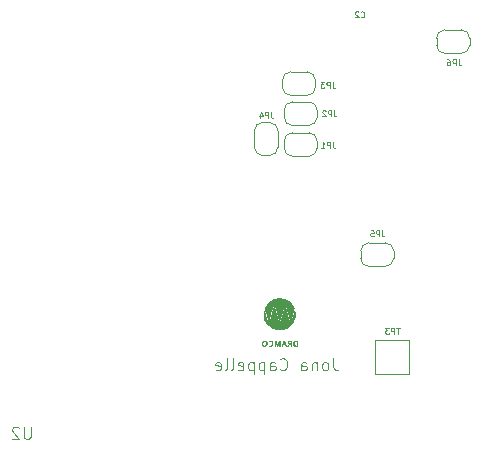
<source format=gbr>
%TF.GenerationSoftware,KiCad,Pcbnew,7.0.1*%
%TF.CreationDate,2024-08-13T13:22:24+02:00*%
%TF.ProjectId,wpt_receiver,7770745f-7265-4636-9569-7665722e6b69,rev?*%
%TF.SameCoordinates,Original*%
%TF.FileFunction,Legend,Bot*%
%TF.FilePolarity,Positive*%
%FSLAX46Y46*%
G04 Gerber Fmt 4.6, Leading zero omitted, Abs format (unit mm)*
G04 Created by KiCad (PCBNEW 7.0.1) date 2024-08-13 13:22:24*
%MOMM*%
%LPD*%
G01*
G04 APERTURE LIST*
%ADD10C,0.100000*%
%ADD11C,0.125000*%
%ADD12C,0.120000*%
%ADD13C,0.010000*%
G04 APERTURE END LIST*
D10*
%TO.C,U2*%
X113156904Y-141329619D02*
X113156904Y-142139142D01*
X113156904Y-142139142D02*
X113109285Y-142234380D01*
X113109285Y-142234380D02*
X113061666Y-142282000D01*
X113061666Y-142282000D02*
X112966428Y-142329619D01*
X112966428Y-142329619D02*
X112775952Y-142329619D01*
X112775952Y-142329619D02*
X112680714Y-142282000D01*
X112680714Y-142282000D02*
X112633095Y-142234380D01*
X112633095Y-142234380D02*
X112585476Y-142139142D01*
X112585476Y-142139142D02*
X112585476Y-141329619D01*
X112156904Y-141424857D02*
X112109285Y-141377238D01*
X112109285Y-141377238D02*
X112014047Y-141329619D01*
X112014047Y-141329619D02*
X111775952Y-141329619D01*
X111775952Y-141329619D02*
X111680714Y-141377238D01*
X111680714Y-141377238D02*
X111633095Y-141424857D01*
X111633095Y-141424857D02*
X111585476Y-141520095D01*
X111585476Y-141520095D02*
X111585476Y-141615333D01*
X111585476Y-141615333D02*
X111633095Y-141758190D01*
X111633095Y-141758190D02*
X112204523Y-142329619D01*
X112204523Y-142329619D02*
X111585476Y-142329619D01*
X138795190Y-135529619D02*
X138795190Y-136243904D01*
X138795190Y-136243904D02*
X138842809Y-136386761D01*
X138842809Y-136386761D02*
X138938047Y-136482000D01*
X138938047Y-136482000D02*
X139080904Y-136529619D01*
X139080904Y-136529619D02*
X139176142Y-136529619D01*
X138176142Y-136529619D02*
X138271380Y-136482000D01*
X138271380Y-136482000D02*
X138318999Y-136434380D01*
X138318999Y-136434380D02*
X138366618Y-136339142D01*
X138366618Y-136339142D02*
X138366618Y-136053428D01*
X138366618Y-136053428D02*
X138318999Y-135958190D01*
X138318999Y-135958190D02*
X138271380Y-135910571D01*
X138271380Y-135910571D02*
X138176142Y-135862952D01*
X138176142Y-135862952D02*
X138033285Y-135862952D01*
X138033285Y-135862952D02*
X137938047Y-135910571D01*
X137938047Y-135910571D02*
X137890428Y-135958190D01*
X137890428Y-135958190D02*
X137842809Y-136053428D01*
X137842809Y-136053428D02*
X137842809Y-136339142D01*
X137842809Y-136339142D02*
X137890428Y-136434380D01*
X137890428Y-136434380D02*
X137938047Y-136482000D01*
X137938047Y-136482000D02*
X138033285Y-136529619D01*
X138033285Y-136529619D02*
X138176142Y-136529619D01*
X137414237Y-135862952D02*
X137414237Y-136529619D01*
X137414237Y-135958190D02*
X137366618Y-135910571D01*
X137366618Y-135910571D02*
X137271380Y-135862952D01*
X137271380Y-135862952D02*
X137128523Y-135862952D01*
X137128523Y-135862952D02*
X137033285Y-135910571D01*
X137033285Y-135910571D02*
X136985666Y-136005809D01*
X136985666Y-136005809D02*
X136985666Y-136529619D01*
X136080904Y-136529619D02*
X136080904Y-136005809D01*
X136080904Y-136005809D02*
X136128523Y-135910571D01*
X136128523Y-135910571D02*
X136223761Y-135862952D01*
X136223761Y-135862952D02*
X136414237Y-135862952D01*
X136414237Y-135862952D02*
X136509475Y-135910571D01*
X136080904Y-136482000D02*
X136176142Y-136529619D01*
X136176142Y-136529619D02*
X136414237Y-136529619D01*
X136414237Y-136529619D02*
X136509475Y-136482000D01*
X136509475Y-136482000D02*
X136557094Y-136386761D01*
X136557094Y-136386761D02*
X136557094Y-136291523D01*
X136557094Y-136291523D02*
X136509475Y-136196285D01*
X136509475Y-136196285D02*
X136414237Y-136148666D01*
X136414237Y-136148666D02*
X136176142Y-136148666D01*
X136176142Y-136148666D02*
X136080904Y-136101047D01*
X134271380Y-136434380D02*
X134318999Y-136482000D01*
X134318999Y-136482000D02*
X134461856Y-136529619D01*
X134461856Y-136529619D02*
X134557094Y-136529619D01*
X134557094Y-136529619D02*
X134699951Y-136482000D01*
X134699951Y-136482000D02*
X134795189Y-136386761D01*
X134795189Y-136386761D02*
X134842808Y-136291523D01*
X134842808Y-136291523D02*
X134890427Y-136101047D01*
X134890427Y-136101047D02*
X134890427Y-135958190D01*
X134890427Y-135958190D02*
X134842808Y-135767714D01*
X134842808Y-135767714D02*
X134795189Y-135672476D01*
X134795189Y-135672476D02*
X134699951Y-135577238D01*
X134699951Y-135577238D02*
X134557094Y-135529619D01*
X134557094Y-135529619D02*
X134461856Y-135529619D01*
X134461856Y-135529619D02*
X134318999Y-135577238D01*
X134318999Y-135577238D02*
X134271380Y-135624857D01*
X133414237Y-136529619D02*
X133414237Y-136005809D01*
X133414237Y-136005809D02*
X133461856Y-135910571D01*
X133461856Y-135910571D02*
X133557094Y-135862952D01*
X133557094Y-135862952D02*
X133747570Y-135862952D01*
X133747570Y-135862952D02*
X133842808Y-135910571D01*
X133414237Y-136482000D02*
X133509475Y-136529619D01*
X133509475Y-136529619D02*
X133747570Y-136529619D01*
X133747570Y-136529619D02*
X133842808Y-136482000D01*
X133842808Y-136482000D02*
X133890427Y-136386761D01*
X133890427Y-136386761D02*
X133890427Y-136291523D01*
X133890427Y-136291523D02*
X133842808Y-136196285D01*
X133842808Y-136196285D02*
X133747570Y-136148666D01*
X133747570Y-136148666D02*
X133509475Y-136148666D01*
X133509475Y-136148666D02*
X133414237Y-136101047D01*
X132938046Y-135862952D02*
X132938046Y-136862952D01*
X132938046Y-135910571D02*
X132842808Y-135862952D01*
X132842808Y-135862952D02*
X132652332Y-135862952D01*
X132652332Y-135862952D02*
X132557094Y-135910571D01*
X132557094Y-135910571D02*
X132509475Y-135958190D01*
X132509475Y-135958190D02*
X132461856Y-136053428D01*
X132461856Y-136053428D02*
X132461856Y-136339142D01*
X132461856Y-136339142D02*
X132509475Y-136434380D01*
X132509475Y-136434380D02*
X132557094Y-136482000D01*
X132557094Y-136482000D02*
X132652332Y-136529619D01*
X132652332Y-136529619D02*
X132842808Y-136529619D01*
X132842808Y-136529619D02*
X132938046Y-136482000D01*
X132033284Y-135862952D02*
X132033284Y-136862952D01*
X132033284Y-135910571D02*
X131938046Y-135862952D01*
X131938046Y-135862952D02*
X131747570Y-135862952D01*
X131747570Y-135862952D02*
X131652332Y-135910571D01*
X131652332Y-135910571D02*
X131604713Y-135958190D01*
X131604713Y-135958190D02*
X131557094Y-136053428D01*
X131557094Y-136053428D02*
X131557094Y-136339142D01*
X131557094Y-136339142D02*
X131604713Y-136434380D01*
X131604713Y-136434380D02*
X131652332Y-136482000D01*
X131652332Y-136482000D02*
X131747570Y-136529619D01*
X131747570Y-136529619D02*
X131938046Y-136529619D01*
X131938046Y-136529619D02*
X132033284Y-136482000D01*
X130747570Y-136482000D02*
X130842808Y-136529619D01*
X130842808Y-136529619D02*
X131033284Y-136529619D01*
X131033284Y-136529619D02*
X131128522Y-136482000D01*
X131128522Y-136482000D02*
X131176141Y-136386761D01*
X131176141Y-136386761D02*
X131176141Y-136005809D01*
X131176141Y-136005809D02*
X131128522Y-135910571D01*
X131128522Y-135910571D02*
X131033284Y-135862952D01*
X131033284Y-135862952D02*
X130842808Y-135862952D01*
X130842808Y-135862952D02*
X130747570Y-135910571D01*
X130747570Y-135910571D02*
X130699951Y-136005809D01*
X130699951Y-136005809D02*
X130699951Y-136101047D01*
X130699951Y-136101047D02*
X131176141Y-136196285D01*
X130128522Y-136529619D02*
X130223760Y-136482000D01*
X130223760Y-136482000D02*
X130271379Y-136386761D01*
X130271379Y-136386761D02*
X130271379Y-135529619D01*
X129604712Y-136529619D02*
X129699950Y-136482000D01*
X129699950Y-136482000D02*
X129747569Y-136386761D01*
X129747569Y-136386761D02*
X129747569Y-135529619D01*
X128842807Y-136482000D02*
X128938045Y-136529619D01*
X128938045Y-136529619D02*
X129128521Y-136529619D01*
X129128521Y-136529619D02*
X129223759Y-136482000D01*
X129223759Y-136482000D02*
X129271378Y-136386761D01*
X129271378Y-136386761D02*
X129271378Y-136005809D01*
X129271378Y-136005809D02*
X129223759Y-135910571D01*
X129223759Y-135910571D02*
X129128521Y-135862952D01*
X129128521Y-135862952D02*
X128938045Y-135862952D01*
X128938045Y-135862952D02*
X128842807Y-135910571D01*
X128842807Y-135910571D02*
X128795188Y-136005809D01*
X128795188Y-136005809D02*
X128795188Y-136101047D01*
X128795188Y-136101047D02*
X129271378Y-136196285D01*
D11*
%TO.C,JP5*%
X142910666Y-124699309D02*
X142910666Y-125056452D01*
X142910666Y-125056452D02*
X142934475Y-125127880D01*
X142934475Y-125127880D02*
X142982094Y-125175500D01*
X142982094Y-125175500D02*
X143053523Y-125199309D01*
X143053523Y-125199309D02*
X143101142Y-125199309D01*
X142672571Y-125199309D02*
X142672571Y-124699309D01*
X142672571Y-124699309D02*
X142482095Y-124699309D01*
X142482095Y-124699309D02*
X142434476Y-124723119D01*
X142434476Y-124723119D02*
X142410666Y-124746928D01*
X142410666Y-124746928D02*
X142386857Y-124794547D01*
X142386857Y-124794547D02*
X142386857Y-124865976D01*
X142386857Y-124865976D02*
X142410666Y-124913595D01*
X142410666Y-124913595D02*
X142434476Y-124937404D01*
X142434476Y-124937404D02*
X142482095Y-124961214D01*
X142482095Y-124961214D02*
X142672571Y-124961214D01*
X141934476Y-124699309D02*
X142172571Y-124699309D01*
X142172571Y-124699309D02*
X142196380Y-124937404D01*
X142196380Y-124937404D02*
X142172571Y-124913595D01*
X142172571Y-124913595D02*
X142124952Y-124889785D01*
X142124952Y-124889785D02*
X142005904Y-124889785D01*
X142005904Y-124889785D02*
X141958285Y-124913595D01*
X141958285Y-124913595D02*
X141934476Y-124937404D01*
X141934476Y-124937404D02*
X141910666Y-124985023D01*
X141910666Y-124985023D02*
X141910666Y-125104071D01*
X141910666Y-125104071D02*
X141934476Y-125151690D01*
X141934476Y-125151690D02*
X141958285Y-125175500D01*
X141958285Y-125175500D02*
X142005904Y-125199309D01*
X142005904Y-125199309D02*
X142124952Y-125199309D01*
X142124952Y-125199309D02*
X142172571Y-125175500D01*
X142172571Y-125175500D02*
X142196380Y-125151690D01*
%TO.C,JP2*%
X138846666Y-114539309D02*
X138846666Y-114896452D01*
X138846666Y-114896452D02*
X138870475Y-114967880D01*
X138870475Y-114967880D02*
X138918094Y-115015500D01*
X138918094Y-115015500D02*
X138989523Y-115039309D01*
X138989523Y-115039309D02*
X139037142Y-115039309D01*
X138608571Y-115039309D02*
X138608571Y-114539309D01*
X138608571Y-114539309D02*
X138418095Y-114539309D01*
X138418095Y-114539309D02*
X138370476Y-114563119D01*
X138370476Y-114563119D02*
X138346666Y-114586928D01*
X138346666Y-114586928D02*
X138322857Y-114634547D01*
X138322857Y-114634547D02*
X138322857Y-114705976D01*
X138322857Y-114705976D02*
X138346666Y-114753595D01*
X138346666Y-114753595D02*
X138370476Y-114777404D01*
X138370476Y-114777404D02*
X138418095Y-114801214D01*
X138418095Y-114801214D02*
X138608571Y-114801214D01*
X138132380Y-114586928D02*
X138108571Y-114563119D01*
X138108571Y-114563119D02*
X138060952Y-114539309D01*
X138060952Y-114539309D02*
X137941904Y-114539309D01*
X137941904Y-114539309D02*
X137894285Y-114563119D01*
X137894285Y-114563119D02*
X137870476Y-114586928D01*
X137870476Y-114586928D02*
X137846666Y-114634547D01*
X137846666Y-114634547D02*
X137846666Y-114682166D01*
X137846666Y-114682166D02*
X137870476Y-114753595D01*
X137870476Y-114753595D02*
X138156190Y-115039309D01*
X138156190Y-115039309D02*
X137846666Y-115039309D01*
%TO.C,JP6*%
X149387666Y-110221309D02*
X149387666Y-110578452D01*
X149387666Y-110578452D02*
X149411475Y-110649880D01*
X149411475Y-110649880D02*
X149459094Y-110697500D01*
X149459094Y-110697500D02*
X149530523Y-110721309D01*
X149530523Y-110721309D02*
X149578142Y-110721309D01*
X149149571Y-110721309D02*
X149149571Y-110221309D01*
X149149571Y-110221309D02*
X148959095Y-110221309D01*
X148959095Y-110221309D02*
X148911476Y-110245119D01*
X148911476Y-110245119D02*
X148887666Y-110268928D01*
X148887666Y-110268928D02*
X148863857Y-110316547D01*
X148863857Y-110316547D02*
X148863857Y-110387976D01*
X148863857Y-110387976D02*
X148887666Y-110435595D01*
X148887666Y-110435595D02*
X148911476Y-110459404D01*
X148911476Y-110459404D02*
X148959095Y-110483214D01*
X148959095Y-110483214D02*
X149149571Y-110483214D01*
X148435285Y-110221309D02*
X148530523Y-110221309D01*
X148530523Y-110221309D02*
X148578142Y-110245119D01*
X148578142Y-110245119D02*
X148601952Y-110268928D01*
X148601952Y-110268928D02*
X148649571Y-110340357D01*
X148649571Y-110340357D02*
X148673380Y-110435595D01*
X148673380Y-110435595D02*
X148673380Y-110626071D01*
X148673380Y-110626071D02*
X148649571Y-110673690D01*
X148649571Y-110673690D02*
X148625761Y-110697500D01*
X148625761Y-110697500D02*
X148578142Y-110721309D01*
X148578142Y-110721309D02*
X148482904Y-110721309D01*
X148482904Y-110721309D02*
X148435285Y-110697500D01*
X148435285Y-110697500D02*
X148411476Y-110673690D01*
X148411476Y-110673690D02*
X148387666Y-110626071D01*
X148387666Y-110626071D02*
X148387666Y-110507023D01*
X148387666Y-110507023D02*
X148411476Y-110459404D01*
X148411476Y-110459404D02*
X148435285Y-110435595D01*
X148435285Y-110435595D02*
X148482904Y-110411785D01*
X148482904Y-110411785D02*
X148578142Y-110411785D01*
X148578142Y-110411785D02*
X148625761Y-110435595D01*
X148625761Y-110435595D02*
X148649571Y-110459404D01*
X148649571Y-110459404D02*
X148673380Y-110507023D01*
%TO.C,JP4*%
X133512666Y-114666309D02*
X133512666Y-115023452D01*
X133512666Y-115023452D02*
X133536475Y-115094880D01*
X133536475Y-115094880D02*
X133584094Y-115142500D01*
X133584094Y-115142500D02*
X133655523Y-115166309D01*
X133655523Y-115166309D02*
X133703142Y-115166309D01*
X133274571Y-115166309D02*
X133274571Y-114666309D01*
X133274571Y-114666309D02*
X133084095Y-114666309D01*
X133084095Y-114666309D02*
X133036476Y-114690119D01*
X133036476Y-114690119D02*
X133012666Y-114713928D01*
X133012666Y-114713928D02*
X132988857Y-114761547D01*
X132988857Y-114761547D02*
X132988857Y-114832976D01*
X132988857Y-114832976D02*
X133012666Y-114880595D01*
X133012666Y-114880595D02*
X133036476Y-114904404D01*
X133036476Y-114904404D02*
X133084095Y-114928214D01*
X133084095Y-114928214D02*
X133274571Y-114928214D01*
X132560285Y-114832976D02*
X132560285Y-115166309D01*
X132679333Y-114642500D02*
X132798380Y-114999642D01*
X132798380Y-114999642D02*
X132488857Y-114999642D01*
%TO.C,C2*%
X141099333Y-106609690D02*
X141123142Y-106633500D01*
X141123142Y-106633500D02*
X141194571Y-106657309D01*
X141194571Y-106657309D02*
X141242190Y-106657309D01*
X141242190Y-106657309D02*
X141313618Y-106633500D01*
X141313618Y-106633500D02*
X141361237Y-106585880D01*
X141361237Y-106585880D02*
X141385047Y-106538261D01*
X141385047Y-106538261D02*
X141408856Y-106443023D01*
X141408856Y-106443023D02*
X141408856Y-106371595D01*
X141408856Y-106371595D02*
X141385047Y-106276357D01*
X141385047Y-106276357D02*
X141361237Y-106228738D01*
X141361237Y-106228738D02*
X141313618Y-106181119D01*
X141313618Y-106181119D02*
X141242190Y-106157309D01*
X141242190Y-106157309D02*
X141194571Y-106157309D01*
X141194571Y-106157309D02*
X141123142Y-106181119D01*
X141123142Y-106181119D02*
X141099333Y-106204928D01*
X140908856Y-106204928D02*
X140885047Y-106181119D01*
X140885047Y-106181119D02*
X140837428Y-106157309D01*
X140837428Y-106157309D02*
X140718380Y-106157309D01*
X140718380Y-106157309D02*
X140670761Y-106181119D01*
X140670761Y-106181119D02*
X140646952Y-106204928D01*
X140646952Y-106204928D02*
X140623142Y-106252547D01*
X140623142Y-106252547D02*
X140623142Y-106300166D01*
X140623142Y-106300166D02*
X140646952Y-106371595D01*
X140646952Y-106371595D02*
X140932666Y-106657309D01*
X140932666Y-106657309D02*
X140623142Y-106657309D01*
%TO.C,TP3*%
X144394951Y-132965309D02*
X144109237Y-132965309D01*
X144252094Y-133465309D02*
X144252094Y-132965309D01*
X143942571Y-133465309D02*
X143942571Y-132965309D01*
X143942571Y-132965309D02*
X143752095Y-132965309D01*
X143752095Y-132965309D02*
X143704476Y-132989119D01*
X143704476Y-132989119D02*
X143680666Y-133012928D01*
X143680666Y-133012928D02*
X143656857Y-133060547D01*
X143656857Y-133060547D02*
X143656857Y-133131976D01*
X143656857Y-133131976D02*
X143680666Y-133179595D01*
X143680666Y-133179595D02*
X143704476Y-133203404D01*
X143704476Y-133203404D02*
X143752095Y-133227214D01*
X143752095Y-133227214D02*
X143942571Y-133227214D01*
X143490190Y-132965309D02*
X143180666Y-132965309D01*
X143180666Y-132965309D02*
X143347333Y-133155785D01*
X143347333Y-133155785D02*
X143275904Y-133155785D01*
X143275904Y-133155785D02*
X143228285Y-133179595D01*
X143228285Y-133179595D02*
X143204476Y-133203404D01*
X143204476Y-133203404D02*
X143180666Y-133251023D01*
X143180666Y-133251023D02*
X143180666Y-133370071D01*
X143180666Y-133370071D02*
X143204476Y-133417690D01*
X143204476Y-133417690D02*
X143228285Y-133441500D01*
X143228285Y-133441500D02*
X143275904Y-133465309D01*
X143275904Y-133465309D02*
X143418761Y-133465309D01*
X143418761Y-133465309D02*
X143466380Y-133441500D01*
X143466380Y-133441500D02*
X143490190Y-133417690D01*
%TO.C,JP1*%
X138749666Y-117206309D02*
X138749666Y-117563452D01*
X138749666Y-117563452D02*
X138773475Y-117634880D01*
X138773475Y-117634880D02*
X138821094Y-117682500D01*
X138821094Y-117682500D02*
X138892523Y-117706309D01*
X138892523Y-117706309D02*
X138940142Y-117706309D01*
X138511571Y-117706309D02*
X138511571Y-117206309D01*
X138511571Y-117206309D02*
X138321095Y-117206309D01*
X138321095Y-117206309D02*
X138273476Y-117230119D01*
X138273476Y-117230119D02*
X138249666Y-117253928D01*
X138249666Y-117253928D02*
X138225857Y-117301547D01*
X138225857Y-117301547D02*
X138225857Y-117372976D01*
X138225857Y-117372976D02*
X138249666Y-117420595D01*
X138249666Y-117420595D02*
X138273476Y-117444404D01*
X138273476Y-117444404D02*
X138321095Y-117468214D01*
X138321095Y-117468214D02*
X138511571Y-117468214D01*
X137749666Y-117706309D02*
X138035380Y-117706309D01*
X137892523Y-117706309D02*
X137892523Y-117206309D01*
X137892523Y-117206309D02*
X137940142Y-117277738D01*
X137940142Y-117277738D02*
X137987761Y-117325357D01*
X137987761Y-117325357D02*
X138035380Y-117349166D01*
%TO.C,JP3*%
X138719666Y-112126309D02*
X138719666Y-112483452D01*
X138719666Y-112483452D02*
X138743475Y-112554880D01*
X138743475Y-112554880D02*
X138791094Y-112602500D01*
X138791094Y-112602500D02*
X138862523Y-112626309D01*
X138862523Y-112626309D02*
X138910142Y-112626309D01*
X138481571Y-112626309D02*
X138481571Y-112126309D01*
X138481571Y-112126309D02*
X138291095Y-112126309D01*
X138291095Y-112126309D02*
X138243476Y-112150119D01*
X138243476Y-112150119D02*
X138219666Y-112173928D01*
X138219666Y-112173928D02*
X138195857Y-112221547D01*
X138195857Y-112221547D02*
X138195857Y-112292976D01*
X138195857Y-112292976D02*
X138219666Y-112340595D01*
X138219666Y-112340595D02*
X138243476Y-112364404D01*
X138243476Y-112364404D02*
X138291095Y-112388214D01*
X138291095Y-112388214D02*
X138481571Y-112388214D01*
X138029190Y-112126309D02*
X137719666Y-112126309D01*
X137719666Y-112126309D02*
X137886333Y-112316785D01*
X137886333Y-112316785D02*
X137814904Y-112316785D01*
X137814904Y-112316785D02*
X137767285Y-112340595D01*
X137767285Y-112340595D02*
X137743476Y-112364404D01*
X137743476Y-112364404D02*
X137719666Y-112412023D01*
X137719666Y-112412023D02*
X137719666Y-112531071D01*
X137719666Y-112531071D02*
X137743476Y-112578690D01*
X137743476Y-112578690D02*
X137767285Y-112602500D01*
X137767285Y-112602500D02*
X137814904Y-112626309D01*
X137814904Y-112626309D02*
X137957761Y-112626309D01*
X137957761Y-112626309D02*
X138005380Y-112602500D01*
X138005380Y-112602500D02*
X138029190Y-112578690D01*
D12*
%TO.C,JP5*%
X141094000Y-126446000D02*
X141094000Y-127046000D01*
X141794000Y-127746000D02*
X143194000Y-127746000D01*
X143194000Y-125746000D02*
X141794000Y-125746000D01*
X143894000Y-127046000D02*
X143894000Y-126446000D01*
X141794000Y-125746000D02*
G75*
G03*
X141094000Y-126446000I-1J-699999D01*
G01*
X141094000Y-127046000D02*
G75*
G03*
X141794000Y-127746000I699999J-1D01*
G01*
X143894000Y-126446000D02*
G75*
G03*
X143194000Y-125746000I-700000J0D01*
G01*
X143194000Y-127746000D02*
G75*
G03*
X143894000Y-127046000I0J700000D01*
G01*
%TO.C,JP2*%
X134617000Y-114508000D02*
X134617000Y-115108000D01*
X135317000Y-115808000D02*
X136717000Y-115808000D01*
X136717000Y-113808000D02*
X135317000Y-113808000D01*
X137417000Y-115108000D02*
X137417000Y-114508000D01*
X135317000Y-113808000D02*
G75*
G03*
X134617000Y-114508000I-1J-699999D01*
G01*
X134617000Y-115108000D02*
G75*
G03*
X135317000Y-115808000I699999J-1D01*
G01*
X137417000Y-114508000D02*
G75*
G03*
X136717000Y-113808000I-700000J0D01*
G01*
X136717000Y-115808000D02*
G75*
G03*
X137417000Y-115108000I0J700000D01*
G01*
%TO.C,JP6*%
X147521472Y-108412000D02*
X147521472Y-109012000D01*
X148221472Y-109712000D02*
X149621472Y-109712000D01*
X149621472Y-107712000D02*
X148221472Y-107712000D01*
X150321472Y-109012000D02*
X150321472Y-108412000D01*
X148221472Y-107712000D02*
G75*
G03*
X147521472Y-108412000I-1J-699999D01*
G01*
X147521472Y-109012000D02*
G75*
G03*
X148221472Y-109712000I699999J-1D01*
G01*
X150321472Y-108412000D02*
G75*
G03*
X149621472Y-107712000I-700000J0D01*
G01*
X149621472Y-109712000D02*
G75*
G03*
X150321472Y-109012000I0J700000D01*
G01*
%TO.C,JP4*%
X133396000Y-115552000D02*
X132796000Y-115552000D01*
X132096000Y-116252000D02*
X132096000Y-117652000D01*
X134096000Y-117652000D02*
X134096000Y-116252000D01*
X132796000Y-118352000D02*
X133396000Y-118352000D01*
X134096000Y-116252000D02*
G75*
G03*
X133396000Y-115552000I-699999J1D01*
G01*
X132796000Y-115552000D02*
G75*
G03*
X132096000Y-116252000I-1J-699999D01*
G01*
X133396000Y-118352000D02*
G75*
G03*
X134096000Y-117652000I0J700000D01*
G01*
X132096000Y-117652000D02*
G75*
G03*
X132796000Y-118352000I700000J0D01*
G01*
%TO.C,U4*%
D13*
X133757268Y-131194201D02*
X133759447Y-131197437D01*
X133772925Y-131225712D01*
X133790050Y-131272405D01*
X133810253Y-131335585D01*
X133832964Y-131413321D01*
X133857617Y-131503683D01*
X133883643Y-131604741D01*
X133910472Y-131714564D01*
X133917750Y-131744995D01*
X133947432Y-131866323D01*
X133975355Y-131975979D01*
X134000916Y-132071689D01*
X134023510Y-132151183D01*
X134042536Y-132212188D01*
X134045481Y-132222197D01*
X134043027Y-132223714D01*
X134030488Y-132208543D01*
X134009089Y-132178666D01*
X133975351Y-132125112D01*
X133935808Y-132055807D01*
X133889930Y-131969780D01*
X133837188Y-131866059D01*
X133777051Y-131743672D01*
X133642317Y-131465736D01*
X133671495Y-131367807D01*
X133677416Y-131348356D01*
X133693435Y-131298880D01*
X133709098Y-131254248D01*
X133721723Y-131222234D01*
X133730042Y-131203887D01*
X133740080Y-131186469D01*
X133747952Y-131184190D01*
X133757268Y-131194201D01*
G36*
X133757268Y-131194201D02*
G01*
X133759447Y-131197437D01*
X133772925Y-131225712D01*
X133790050Y-131272405D01*
X133810253Y-131335585D01*
X133832964Y-131413321D01*
X133857617Y-131503683D01*
X133883643Y-131604741D01*
X133910472Y-131714564D01*
X133917750Y-131744995D01*
X133947432Y-131866323D01*
X133975355Y-131975979D01*
X134000916Y-132071689D01*
X134023510Y-132151183D01*
X134042536Y-132212188D01*
X134045481Y-132222197D01*
X134043027Y-132223714D01*
X134030488Y-132208543D01*
X134009089Y-132178666D01*
X133975351Y-132125112D01*
X133935808Y-132055807D01*
X133889930Y-131969780D01*
X133837188Y-131866059D01*
X133777051Y-131743672D01*
X133642317Y-131465736D01*
X133671495Y-131367807D01*
X133677416Y-131348356D01*
X133693435Y-131298880D01*
X133709098Y-131254248D01*
X133721723Y-131222234D01*
X133730042Y-131203887D01*
X133740080Y-131186469D01*
X133747952Y-131184190D01*
X133757268Y-131194201D01*
G37*
X133316709Y-131133075D02*
X133360714Y-131155169D01*
X133407244Y-131195603D01*
X133457457Y-131255034D01*
X133512509Y-131334118D01*
X133540463Y-131377181D01*
X133460563Y-131704689D01*
X133452165Y-131739048D01*
X133423578Y-131854752D01*
X133398938Y-131952118D01*
X133377725Y-132032981D01*
X133359417Y-132099178D01*
X133343493Y-132152546D01*
X133329434Y-132194922D01*
X133316718Y-132228142D01*
X133304824Y-132254044D01*
X133283477Y-132295900D01*
X133263383Y-132256732D01*
X133250216Y-132226022D01*
X133234019Y-132179032D01*
X133214616Y-132115072D01*
X133191797Y-132033390D01*
X133165350Y-131933229D01*
X133135065Y-131813836D01*
X133100731Y-131674455D01*
X133029100Y-131380240D01*
X133049077Y-131342980D01*
X133054036Y-131334066D01*
X133085843Y-131285547D01*
X133125085Y-131235616D01*
X133166100Y-131191044D01*
X133203228Y-131158601D01*
X133231651Y-131141281D01*
X133274074Y-131128664D01*
X133316709Y-131133075D01*
G36*
X133316709Y-131133075D02*
G01*
X133360714Y-131155169D01*
X133407244Y-131195603D01*
X133457457Y-131255034D01*
X133512509Y-131334118D01*
X133540463Y-131377181D01*
X133460563Y-131704689D01*
X133452165Y-131739048D01*
X133423578Y-131854752D01*
X133398938Y-131952118D01*
X133377725Y-132032981D01*
X133359417Y-132099178D01*
X133343493Y-132152546D01*
X133329434Y-132194922D01*
X133316718Y-132228142D01*
X133304824Y-132254044D01*
X133283477Y-132295900D01*
X133263383Y-132256732D01*
X133250216Y-132226022D01*
X133234019Y-132179032D01*
X133214616Y-132115072D01*
X133191797Y-132033390D01*
X133165350Y-131933229D01*
X133135065Y-131813836D01*
X133100731Y-131674455D01*
X133029100Y-131380240D01*
X133049077Y-131342980D01*
X133054036Y-131334066D01*
X133085843Y-131285547D01*
X133125085Y-131235616D01*
X133166100Y-131191044D01*
X133203228Y-131158601D01*
X133231651Y-131141281D01*
X133274074Y-131128664D01*
X133316709Y-131133075D01*
G37*
X135190110Y-131141901D02*
X135207097Y-131152826D01*
X135241825Y-131182980D01*
X135280652Y-131223941D01*
X135319335Y-131271091D01*
X135353629Y-131319813D01*
X135392202Y-131380112D01*
X135377177Y-131430873D01*
X135373830Y-131442871D01*
X135364727Y-131477847D01*
X135352197Y-131527718D01*
X135337139Y-131588858D01*
X135320450Y-131657643D01*
X135303027Y-131730446D01*
X135280412Y-131824400D01*
X135249997Y-131946104D01*
X135222924Y-132048261D01*
X135198976Y-132131649D01*
X135177937Y-132197043D01*
X135159590Y-132245220D01*
X135151568Y-132262298D01*
X135138108Y-132282641D01*
X135128516Y-132285389D01*
X135125735Y-132282156D01*
X135113384Y-132259726D01*
X135098043Y-132220700D01*
X135079506Y-132164386D01*
X135057566Y-132090092D01*
X135032017Y-131997126D01*
X135002650Y-131884796D01*
X134969260Y-131752410D01*
X134875992Y-131377333D01*
X134912688Y-131319969D01*
X134931828Y-131292157D01*
X134965513Y-131248375D01*
X134998840Y-131209731D01*
X135018515Y-131189580D01*
X135065168Y-131150758D01*
X135107653Y-131130462D01*
X135148468Y-131127805D01*
X135190110Y-131141901D01*
G36*
X135190110Y-131141901D02*
G01*
X135207097Y-131152826D01*
X135241825Y-131182980D01*
X135280652Y-131223941D01*
X135319335Y-131271091D01*
X135353629Y-131319813D01*
X135392202Y-131380112D01*
X135377177Y-131430873D01*
X135373830Y-131442871D01*
X135364727Y-131477847D01*
X135352197Y-131527718D01*
X135337139Y-131588858D01*
X135320450Y-131657643D01*
X135303027Y-131730446D01*
X135280412Y-131824400D01*
X135249997Y-131946104D01*
X135222924Y-132048261D01*
X135198976Y-132131649D01*
X135177937Y-132197043D01*
X135159590Y-132245220D01*
X135151568Y-132262298D01*
X135138108Y-132282641D01*
X135128516Y-132285389D01*
X135125735Y-132282156D01*
X135113384Y-132259726D01*
X135098043Y-132220700D01*
X135079506Y-132164386D01*
X135057566Y-132090092D01*
X135032017Y-131997126D01*
X135002650Y-131884796D01*
X134969260Y-131752410D01*
X134875992Y-131377333D01*
X134912688Y-131319969D01*
X134931828Y-131292157D01*
X134965513Y-131248375D01*
X134998840Y-131209731D01*
X135018515Y-131189580D01*
X135065168Y-131150758D01*
X135107653Y-131130462D01*
X135148468Y-131127805D01*
X135190110Y-131141901D01*
G37*
X135731872Y-134454567D02*
X135731872Y-134486430D01*
X135637804Y-134479753D01*
X135590658Y-134475693D01*
X135542430Y-134468400D01*
X135506209Y-134457375D01*
X135476761Y-134440886D01*
X135448850Y-134417200D01*
X135432645Y-134399719D01*
X135408078Y-134359056D01*
X135394556Y-134308566D01*
X135390418Y-134243305D01*
X135391788Y-134219035D01*
X135426620Y-134219035D01*
X135427876Y-134262707D01*
X135431280Y-134295832D01*
X135445951Y-134351791D01*
X135472106Y-134392876D01*
X135511207Y-134421882D01*
X135538605Y-134432174D01*
X135580440Y-134442083D01*
X135625025Y-134448273D01*
X135700109Y-134454567D01*
X135700109Y-134046121D01*
X135623537Y-134053238D01*
X135612865Y-134054300D01*
X135551381Y-134064560D01*
X135506039Y-134081629D01*
X135472864Y-134107571D01*
X135447880Y-134144451D01*
X135441809Y-134156725D01*
X135430736Y-134186830D01*
X135426620Y-134219035D01*
X135391788Y-134219035D01*
X135392641Y-134203910D01*
X135408909Y-134139426D01*
X135440682Y-134088749D01*
X135487633Y-134052525D01*
X135490919Y-134050808D01*
X135517394Y-134039184D01*
X135545575Y-134032234D01*
X135581937Y-134028866D01*
X135632954Y-134027986D01*
X135731872Y-134027986D01*
X135731872Y-134454567D01*
G36*
X135731872Y-134454567D02*
G01*
X135731872Y-134486430D01*
X135637804Y-134479753D01*
X135590658Y-134475693D01*
X135542430Y-134468400D01*
X135506209Y-134457375D01*
X135476761Y-134440886D01*
X135448850Y-134417200D01*
X135432645Y-134399719D01*
X135408078Y-134359056D01*
X135394556Y-134308566D01*
X135390418Y-134243305D01*
X135391788Y-134219035D01*
X135426620Y-134219035D01*
X135427876Y-134262707D01*
X135431280Y-134295832D01*
X135445951Y-134351791D01*
X135472106Y-134392876D01*
X135511207Y-134421882D01*
X135538605Y-134432174D01*
X135580440Y-134442083D01*
X135625025Y-134448273D01*
X135700109Y-134454567D01*
X135700109Y-134046121D01*
X135623537Y-134053238D01*
X135612865Y-134054300D01*
X135551381Y-134064560D01*
X135506039Y-134081629D01*
X135472864Y-134107571D01*
X135447880Y-134144451D01*
X135441809Y-134156725D01*
X135430736Y-134186830D01*
X135426620Y-134219035D01*
X135391788Y-134219035D01*
X135392641Y-134203910D01*
X135408909Y-134139426D01*
X135440682Y-134088749D01*
X135487633Y-134052525D01*
X135490919Y-134050808D01*
X135517394Y-134039184D01*
X135545575Y-134032234D01*
X135581937Y-134028866D01*
X135632954Y-134027986D01*
X135731872Y-134027986D01*
X135731872Y-134454567D01*
G37*
X133442094Y-134020290D02*
X133495407Y-134033785D01*
X133500942Y-134036171D01*
X133555540Y-134070287D01*
X133594067Y-134117349D01*
X133616966Y-134178108D01*
X133624679Y-134253316D01*
X133624635Y-134262278D01*
X133617444Y-134333555D01*
X133597274Y-134389484D01*
X133563060Y-134432077D01*
X133513740Y-134463347D01*
X133499275Y-134468932D01*
X133461820Y-134477624D01*
X133419760Y-134481946D01*
X133378186Y-134482026D01*
X133342187Y-134477995D01*
X133316854Y-134469981D01*
X133307276Y-134458113D01*
X133316433Y-134451756D01*
X133346253Y-134447598D01*
X133396458Y-134446202D01*
X133440375Y-134445443D01*
X133473362Y-134442211D01*
X133496472Y-134435402D01*
X133515573Y-134423920D01*
X133541571Y-134401239D01*
X133568559Y-134362437D01*
X133583349Y-134313414D01*
X133587854Y-134249556D01*
X133587110Y-134210693D01*
X133583332Y-134178111D01*
X133574768Y-134152669D01*
X133559683Y-134126804D01*
X133530287Y-134090819D01*
X133495209Y-134066724D01*
X133451542Y-134054500D01*
X133395751Y-134053168D01*
X133324300Y-134061752D01*
X133308112Y-134061703D01*
X133300562Y-134053622D01*
X133307983Y-134041090D01*
X133329553Y-134029190D01*
X133382602Y-134018786D01*
X133442094Y-134020290D01*
G36*
X133442094Y-134020290D02*
G01*
X133495407Y-134033785D01*
X133500942Y-134036171D01*
X133555540Y-134070287D01*
X133594067Y-134117349D01*
X133616966Y-134178108D01*
X133624679Y-134253316D01*
X133624635Y-134262278D01*
X133617444Y-134333555D01*
X133597274Y-134389484D01*
X133563060Y-134432077D01*
X133513740Y-134463347D01*
X133499275Y-134468932D01*
X133461820Y-134477624D01*
X133419760Y-134481946D01*
X133378186Y-134482026D01*
X133342187Y-134477995D01*
X133316854Y-134469981D01*
X133307276Y-134458113D01*
X133316433Y-134451756D01*
X133346253Y-134447598D01*
X133396458Y-134446202D01*
X133440375Y-134445443D01*
X133473362Y-134442211D01*
X133496472Y-134435402D01*
X133515573Y-134423920D01*
X133541571Y-134401239D01*
X133568559Y-134362437D01*
X133583349Y-134313414D01*
X133587854Y-134249556D01*
X133587110Y-134210693D01*
X133583332Y-134178111D01*
X133574768Y-134152669D01*
X133559683Y-134126804D01*
X133530287Y-134090819D01*
X133495209Y-134066724D01*
X133451542Y-134054500D01*
X133395751Y-134053168D01*
X133324300Y-134061752D01*
X133308112Y-134061703D01*
X133300562Y-134053622D01*
X133307983Y-134041090D01*
X133329553Y-134029190D01*
X133382602Y-134018786D01*
X133442094Y-134020290D01*
G37*
X134683367Y-131190471D02*
X134688448Y-131200732D01*
X134699639Y-131229286D01*
X134713689Y-131269106D01*
X134728928Y-131314992D01*
X134743687Y-131361745D01*
X134756297Y-131404166D01*
X134765087Y-131437057D01*
X134768388Y-131455218D01*
X134764015Y-131473052D01*
X134750865Y-131507438D01*
X134730256Y-131555240D01*
X134703516Y-131613785D01*
X134671976Y-131680399D01*
X134636965Y-131752411D01*
X134599812Y-131827146D01*
X134561847Y-131901932D01*
X134524400Y-131974096D01*
X134488799Y-132040965D01*
X134456375Y-132099866D01*
X134428457Y-132148126D01*
X134406374Y-132183072D01*
X134394682Y-132199746D01*
X134379255Y-132220117D01*
X134371469Y-132228070D01*
X134371192Y-132227741D01*
X134373463Y-132215445D01*
X134381129Y-132188950D01*
X134392801Y-132153136D01*
X134394628Y-132147623D01*
X134405788Y-132110516D01*
X134420342Y-132058170D01*
X134437109Y-131995018D01*
X134454907Y-131925494D01*
X134472552Y-131854032D01*
X134486038Y-131798522D01*
X134519516Y-131662838D01*
X134549109Y-131546387D01*
X134575127Y-131448079D01*
X134597885Y-131366822D01*
X134617695Y-131301524D01*
X134634868Y-131251094D01*
X134649719Y-131214440D01*
X134662559Y-131190471D01*
X134664023Y-131188299D01*
X134673523Y-131179914D01*
X134683367Y-131190471D01*
G36*
X134683367Y-131190471D02*
G01*
X134688448Y-131200732D01*
X134699639Y-131229286D01*
X134713689Y-131269106D01*
X134728928Y-131314992D01*
X134743687Y-131361745D01*
X134756297Y-131404166D01*
X134765087Y-131437057D01*
X134768388Y-131455218D01*
X134764015Y-131473052D01*
X134750865Y-131507438D01*
X134730256Y-131555240D01*
X134703516Y-131613785D01*
X134671976Y-131680399D01*
X134636965Y-131752411D01*
X134599812Y-131827146D01*
X134561847Y-131901932D01*
X134524400Y-131974096D01*
X134488799Y-132040965D01*
X134456375Y-132099866D01*
X134428457Y-132148126D01*
X134406374Y-132183072D01*
X134394682Y-132199746D01*
X134379255Y-132220117D01*
X134371469Y-132228070D01*
X134371192Y-132227741D01*
X134373463Y-132215445D01*
X134381129Y-132188950D01*
X134392801Y-132153136D01*
X134394628Y-132147623D01*
X134405788Y-132110516D01*
X134420342Y-132058170D01*
X134437109Y-131995018D01*
X134454907Y-131925494D01*
X134472552Y-131854032D01*
X134486038Y-131798522D01*
X134519516Y-131662838D01*
X134549109Y-131546387D01*
X134575127Y-131448079D01*
X134597885Y-131366822D01*
X134617695Y-131301524D01*
X134634868Y-131251094D01*
X134649719Y-131214440D01*
X134662559Y-131190471D01*
X134664023Y-131188299D01*
X134673523Y-131179914D01*
X134683367Y-131190471D01*
G37*
X135191898Y-134059750D02*
X135191898Y-134247572D01*
X135191868Y-134267841D01*
X135191363Y-134332474D01*
X135190308Y-134388858D01*
X135188802Y-134433762D01*
X135186946Y-134463953D01*
X135184839Y-134476201D01*
X135178816Y-134481165D01*
X135169820Y-134480952D01*
X135164074Y-134465849D01*
X135161028Y-134433782D01*
X135160134Y-134382676D01*
X135160134Y-134282092D01*
X135046278Y-134282092D01*
X134986255Y-134382676D01*
X134964808Y-134417053D01*
X134941108Y-134451340D01*
X134922182Y-134474656D01*
X134910836Y-134483259D01*
X134904190Y-134482856D01*
X134898129Y-134479218D01*
X134898812Y-134469327D01*
X134907341Y-134450247D01*
X134924820Y-134419042D01*
X134952353Y-134372775D01*
X135009220Y-134278172D01*
X134976307Y-134255992D01*
X134957359Y-134240916D01*
X134927954Y-134201174D01*
X134916050Y-134156096D01*
X134917497Y-134145519D01*
X134954224Y-134145519D01*
X134960321Y-134185037D01*
X134978795Y-134218869D01*
X135006789Y-134239809D01*
X135022993Y-134243990D01*
X135057819Y-134248555D01*
X135097297Y-134250329D01*
X135160134Y-134250329D01*
X135160134Y-134059750D01*
X135091812Y-134059750D01*
X135039229Y-134062423D01*
X134999693Y-134072122D01*
X134973998Y-134090358D01*
X134958752Y-134118634D01*
X134954224Y-134145519D01*
X134917497Y-134145519D01*
X134922335Y-134110163D01*
X134947494Y-134067857D01*
X134954064Y-134060578D01*
X134967878Y-134047338D01*
X134982904Y-134039009D01*
X135004129Y-134034207D01*
X135036543Y-134031546D01*
X135085135Y-134029641D01*
X135191898Y-134026002D01*
X135191898Y-134059750D01*
G36*
X135191898Y-134059750D02*
G01*
X135191898Y-134247572D01*
X135191868Y-134267841D01*
X135191363Y-134332474D01*
X135190308Y-134388858D01*
X135188802Y-134433762D01*
X135186946Y-134463953D01*
X135184839Y-134476201D01*
X135178816Y-134481165D01*
X135169820Y-134480952D01*
X135164074Y-134465849D01*
X135161028Y-134433782D01*
X135160134Y-134382676D01*
X135160134Y-134282092D01*
X135046278Y-134282092D01*
X134986255Y-134382676D01*
X134964808Y-134417053D01*
X134941108Y-134451340D01*
X134922182Y-134474656D01*
X134910836Y-134483259D01*
X134904190Y-134482856D01*
X134898129Y-134479218D01*
X134898812Y-134469327D01*
X134907341Y-134450247D01*
X134924820Y-134419042D01*
X134952353Y-134372775D01*
X135009220Y-134278172D01*
X134976307Y-134255992D01*
X134957359Y-134240916D01*
X134927954Y-134201174D01*
X134916050Y-134156096D01*
X134917497Y-134145519D01*
X134954224Y-134145519D01*
X134960321Y-134185037D01*
X134978795Y-134218869D01*
X135006789Y-134239809D01*
X135022993Y-134243990D01*
X135057819Y-134248555D01*
X135097297Y-134250329D01*
X135160134Y-134250329D01*
X135160134Y-134059750D01*
X135091812Y-134059750D01*
X135039229Y-134062423D01*
X134999693Y-134072122D01*
X134973998Y-134090358D01*
X134958752Y-134118634D01*
X134954224Y-134145519D01*
X134917497Y-134145519D01*
X134922335Y-134110163D01*
X134947494Y-134067857D01*
X134954064Y-134060578D01*
X134967878Y-134047338D01*
X134982904Y-134039009D01*
X135004129Y-134034207D01*
X135036543Y-134031546D01*
X135085135Y-134029641D01*
X135191898Y-134026002D01*
X135191898Y-134059750D01*
G37*
X133132581Y-134250329D02*
X133132247Y-134292821D01*
X133130309Y-134328263D01*
X133125554Y-134353554D01*
X133116775Y-134374652D01*
X133102765Y-134397515D01*
X133073166Y-134432328D01*
X133028650Y-134462682D01*
X132969351Y-134480065D01*
X132903721Y-134479643D01*
X132841015Y-134459437D01*
X132822327Y-134448302D01*
X132782328Y-134409123D01*
X132754425Y-134358309D01*
X132738618Y-134300006D01*
X132734906Y-134238357D01*
X132736904Y-134223858D01*
X132773272Y-134223858D01*
X132774334Y-134283795D01*
X132787686Y-134340980D01*
X132813245Y-134390523D01*
X132850925Y-134427534D01*
X132870592Y-134438319D01*
X132921592Y-134451235D01*
X132974581Y-134447676D01*
X133021919Y-134427638D01*
X133052227Y-134403118D01*
X133080329Y-134364311D01*
X133095802Y-134314805D01*
X133100539Y-134250329D01*
X133098704Y-134207499D01*
X133087630Y-134153541D01*
X133064883Y-134111473D01*
X133028574Y-134076738D01*
X133018389Y-134070336D01*
X132977371Y-134056913D01*
X132929026Y-134053421D01*
X132881974Y-134059882D01*
X132844841Y-134076314D01*
X132844678Y-134076434D01*
X132808359Y-134115288D01*
X132784586Y-134166059D01*
X132773272Y-134223858D01*
X132736904Y-134223858D01*
X132743289Y-134177510D01*
X132763769Y-134121608D01*
X132796344Y-134074796D01*
X132841015Y-134041221D01*
X132888680Y-134023785D01*
X132950300Y-134018289D01*
X133009382Y-134030361D01*
X133061633Y-134058984D01*
X133102765Y-134103143D01*
X133115023Y-134122810D01*
X133124515Y-134143792D01*
X133129801Y-134168068D01*
X133132087Y-134201594D01*
X133132581Y-134250329D01*
G36*
X133132581Y-134250329D02*
G01*
X133132247Y-134292821D01*
X133130309Y-134328263D01*
X133125554Y-134353554D01*
X133116775Y-134374652D01*
X133102765Y-134397515D01*
X133073166Y-134432328D01*
X133028650Y-134462682D01*
X132969351Y-134480065D01*
X132903721Y-134479643D01*
X132841015Y-134459437D01*
X132822327Y-134448302D01*
X132782328Y-134409123D01*
X132754425Y-134358309D01*
X132738618Y-134300006D01*
X132734906Y-134238357D01*
X132736904Y-134223858D01*
X132773272Y-134223858D01*
X132774334Y-134283795D01*
X132787686Y-134340980D01*
X132813245Y-134390523D01*
X132850925Y-134427534D01*
X132870592Y-134438319D01*
X132921592Y-134451235D01*
X132974581Y-134447676D01*
X133021919Y-134427638D01*
X133052227Y-134403118D01*
X133080329Y-134364311D01*
X133095802Y-134314805D01*
X133100539Y-134250329D01*
X133098704Y-134207499D01*
X133087630Y-134153541D01*
X133064883Y-134111473D01*
X133028574Y-134076738D01*
X133018389Y-134070336D01*
X132977371Y-134056913D01*
X132929026Y-134053421D01*
X132881974Y-134059882D01*
X132844841Y-134076314D01*
X132844678Y-134076434D01*
X132808359Y-134115288D01*
X132784586Y-134166059D01*
X132773272Y-134223858D01*
X132736904Y-134223858D01*
X132743289Y-134177510D01*
X132763769Y-134121608D01*
X132796344Y-134074796D01*
X132841015Y-134041221D01*
X132888680Y-134023785D01*
X132950300Y-134018289D01*
X133009382Y-134030361D01*
X133061633Y-134058984D01*
X133102765Y-134103143D01*
X133115023Y-134122810D01*
X133124515Y-134143792D01*
X133129801Y-134168068D01*
X133132087Y-134201594D01*
X133132581Y-134250329D01*
G37*
X134706690Y-134279445D02*
X134727109Y-134329968D01*
X134747282Y-134381100D01*
X134763509Y-134423762D01*
X134774379Y-134454541D01*
X134778482Y-134470025D01*
X134777261Y-134475709D01*
X134764284Y-134483259D01*
X134761808Y-134482458D01*
X134749497Y-134468083D01*
X134733242Y-134438683D01*
X134715291Y-134398165D01*
X134680989Y-134313070D01*
X134590893Y-134316110D01*
X134500796Y-134319149D01*
X134469587Y-134401204D01*
X134467377Y-134406942D01*
X134449935Y-134447096D01*
X134434642Y-134473658D01*
X134423392Y-134483259D01*
X134416883Y-134482032D01*
X134408404Y-134470969D01*
X134409061Y-134466459D01*
X134415743Y-134443946D01*
X134428532Y-134407810D01*
X134446062Y-134361390D01*
X134466963Y-134308028D01*
X134477546Y-134281708D01*
X134516435Y-134281708D01*
X134523443Y-134288141D01*
X134546155Y-134291629D01*
X134587263Y-134292680D01*
X134629988Y-134291361D01*
X134654690Y-134287070D01*
X134662433Y-134279445D01*
X134661417Y-134273677D01*
X134654505Y-134250238D01*
X134642497Y-134214877D01*
X134627097Y-134172732D01*
X134591838Y-134079254D01*
X134556781Y-134172732D01*
X134548483Y-134194866D01*
X134533731Y-134234258D01*
X134522548Y-134264176D01*
X134516870Y-134279445D01*
X134516435Y-134281708D01*
X134477546Y-134281708D01*
X134489869Y-134251061D01*
X134513411Y-134193832D01*
X134536223Y-134139679D01*
X134556936Y-134091943D01*
X134574183Y-134053963D01*
X134586596Y-134029080D01*
X134592808Y-134020634D01*
X134593831Y-134021554D01*
X134602151Y-134036419D01*
X134616393Y-134066704D01*
X134635150Y-134108995D01*
X134657010Y-134159880D01*
X134680563Y-134215946D01*
X134704399Y-134273779D01*
X134706690Y-134279445D01*
G36*
X134706690Y-134279445D02*
G01*
X134727109Y-134329968D01*
X134747282Y-134381100D01*
X134763509Y-134423762D01*
X134774379Y-134454541D01*
X134778482Y-134470025D01*
X134777261Y-134475709D01*
X134764284Y-134483259D01*
X134761808Y-134482458D01*
X134749497Y-134468083D01*
X134733242Y-134438683D01*
X134715291Y-134398165D01*
X134680989Y-134313070D01*
X134590893Y-134316110D01*
X134500796Y-134319149D01*
X134469587Y-134401204D01*
X134467377Y-134406942D01*
X134449935Y-134447096D01*
X134434642Y-134473658D01*
X134423392Y-134483259D01*
X134416883Y-134482032D01*
X134408404Y-134470969D01*
X134409061Y-134466459D01*
X134415743Y-134443946D01*
X134428532Y-134407810D01*
X134446062Y-134361390D01*
X134466963Y-134308028D01*
X134477546Y-134281708D01*
X134516435Y-134281708D01*
X134523443Y-134288141D01*
X134546155Y-134291629D01*
X134587263Y-134292680D01*
X134629988Y-134291361D01*
X134654690Y-134287070D01*
X134662433Y-134279445D01*
X134661417Y-134273677D01*
X134654505Y-134250238D01*
X134642497Y-134214877D01*
X134627097Y-134172732D01*
X134591838Y-134079254D01*
X134556781Y-134172732D01*
X134548483Y-134194866D01*
X134533731Y-134234258D01*
X134522548Y-134264176D01*
X134516870Y-134279445D01*
X134516435Y-134281708D01*
X134477546Y-134281708D01*
X134489869Y-134251061D01*
X134513411Y-134193832D01*
X134536223Y-134139679D01*
X134556936Y-134091943D01*
X134574183Y-134053963D01*
X134586596Y-134029080D01*
X134592808Y-134020634D01*
X134593831Y-134021554D01*
X134602151Y-134036419D01*
X134616393Y-134066704D01*
X134635150Y-134108995D01*
X134657010Y-134159880D01*
X134680563Y-134215946D01*
X134704399Y-134273779D01*
X134706690Y-134279445D01*
G37*
X133860691Y-134029494D02*
X133869644Y-134035714D01*
X133879587Y-134049155D01*
X133891846Y-134072323D01*
X133907746Y-134107727D01*
X133928613Y-134157873D01*
X133955773Y-134225270D01*
X134034701Y-134422553D01*
X134113028Y-134225376D01*
X134124936Y-134195441D01*
X134148907Y-134135833D01*
X134167131Y-134092361D01*
X134180992Y-134062482D01*
X134191873Y-134043656D01*
X134201157Y-134033343D01*
X134210229Y-134029002D01*
X134220472Y-134028092D01*
X134249588Y-134027986D01*
X134249588Y-134248564D01*
X134249561Y-134267980D01*
X134249061Y-134332538D01*
X134248007Y-134388879D01*
X134246500Y-134433762D01*
X134244641Y-134463949D01*
X134242530Y-134476201D01*
X134236519Y-134480857D01*
X134229836Y-134479980D01*
X134224805Y-134468643D01*
X134221137Y-134444703D01*
X134218540Y-134406017D01*
X134216725Y-134350442D01*
X134215402Y-134275835D01*
X134212531Y-134068411D01*
X134134435Y-134262600D01*
X134131560Y-134269737D01*
X134106923Y-134329831D01*
X134084262Y-134383337D01*
X134065020Y-134426974D01*
X134050639Y-134457463D01*
X134042561Y-134471525D01*
X134041483Y-134472712D01*
X134037258Y-134477446D01*
X134033397Y-134479499D01*
X134028853Y-134476755D01*
X134022581Y-134467100D01*
X134013536Y-134448417D01*
X134000673Y-134418591D01*
X133982947Y-134375506D01*
X133959312Y-134317045D01*
X133928722Y-134241094D01*
X133863136Y-134078337D01*
X133860260Y-134280798D01*
X133859960Y-134301027D01*
X133858661Y-134367528D01*
X133856984Y-134416116D01*
X133854690Y-134449386D01*
X133851541Y-134469935D01*
X133847301Y-134480361D01*
X133841731Y-134483259D01*
X133837759Y-134481894D01*
X133833479Y-134474384D01*
X133830360Y-134458100D01*
X133828231Y-134430562D01*
X133826922Y-134389289D01*
X133826261Y-134331803D01*
X133826078Y-134255623D01*
X133826078Y-134027986D01*
X133851462Y-134027986D01*
X133860691Y-134029494D01*
G36*
X133860691Y-134029494D02*
G01*
X133869644Y-134035714D01*
X133879587Y-134049155D01*
X133891846Y-134072323D01*
X133907746Y-134107727D01*
X133928613Y-134157873D01*
X133955773Y-134225270D01*
X134034701Y-134422553D01*
X134113028Y-134225376D01*
X134124936Y-134195441D01*
X134148907Y-134135833D01*
X134167131Y-134092361D01*
X134180992Y-134062482D01*
X134191873Y-134043656D01*
X134201157Y-134033343D01*
X134210229Y-134029002D01*
X134220472Y-134028092D01*
X134249588Y-134027986D01*
X134249588Y-134248564D01*
X134249561Y-134267980D01*
X134249061Y-134332538D01*
X134248007Y-134388879D01*
X134246500Y-134433762D01*
X134244641Y-134463949D01*
X134242530Y-134476201D01*
X134236519Y-134480857D01*
X134229836Y-134479980D01*
X134224805Y-134468643D01*
X134221137Y-134444703D01*
X134218540Y-134406017D01*
X134216725Y-134350442D01*
X134215402Y-134275835D01*
X134212531Y-134068411D01*
X134134435Y-134262600D01*
X134131560Y-134269737D01*
X134106923Y-134329831D01*
X134084262Y-134383337D01*
X134065020Y-134426974D01*
X134050639Y-134457463D01*
X134042561Y-134471525D01*
X134041483Y-134472712D01*
X134037258Y-134477446D01*
X134033397Y-134479499D01*
X134028853Y-134476755D01*
X134022581Y-134467100D01*
X134013536Y-134448417D01*
X134000673Y-134418591D01*
X133982947Y-134375506D01*
X133959312Y-134317045D01*
X133928722Y-134241094D01*
X133863136Y-134078337D01*
X133860260Y-134280798D01*
X133859960Y-134301027D01*
X133858661Y-134367528D01*
X133856984Y-134416116D01*
X133854690Y-134449386D01*
X133851541Y-134469935D01*
X133847301Y-134480361D01*
X133841731Y-134483259D01*
X133837759Y-134481894D01*
X133833479Y-134474384D01*
X133830360Y-134458100D01*
X133828231Y-134430562D01*
X133826922Y-134389289D01*
X133826261Y-134331803D01*
X133826078Y-134255623D01*
X133826078Y-134027986D01*
X133851462Y-134027986D01*
X133860691Y-134029494D01*
G37*
X134324149Y-130457260D02*
X134405303Y-130464038D01*
X134471931Y-130474578D01*
X134510933Y-130483646D01*
X134669555Y-130533589D01*
X134819356Y-130601970D01*
X134958844Y-130687635D01*
X135086528Y-130789429D01*
X135200914Y-130906199D01*
X135300513Y-131036790D01*
X135383830Y-131180048D01*
X135401385Y-131216473D01*
X135414955Y-131250165D01*
X135419909Y-131273716D01*
X135417595Y-131291577D01*
X135413658Y-131301850D01*
X135407890Y-131306918D01*
X135398465Y-131301205D01*
X135382403Y-131282631D01*
X135356723Y-131249116D01*
X135329604Y-131215639D01*
X135269356Y-131157844D01*
X135208174Y-131121154D01*
X135146540Y-131105563D01*
X135084933Y-131111066D01*
X135023836Y-131137658D01*
X134963729Y-131185333D01*
X134905092Y-131254087D01*
X134859086Y-131317263D01*
X134832265Y-131251197D01*
X134813508Y-131206950D01*
X134789265Y-131159103D01*
X134765301Y-131126856D01*
X134738544Y-131107356D01*
X134705923Y-131097749D01*
X134664368Y-131095181D01*
X134633296Y-131097245D01*
X134596718Y-131109602D01*
X134567474Y-131136120D01*
X134540579Y-131180223D01*
X134527717Y-131207218D01*
X134513890Y-131240453D01*
X134499627Y-131279776D01*
X134484318Y-131327267D01*
X134467354Y-131385005D01*
X134448125Y-131455070D01*
X134426024Y-131539543D01*
X134400440Y-131640503D01*
X134370764Y-131760030D01*
X134354885Y-131823720D01*
X134332588Y-131910899D01*
X134310954Y-131993056D01*
X134290835Y-132067077D01*
X134273081Y-132129846D01*
X134258543Y-132178249D01*
X134248073Y-132209170D01*
X134236735Y-132238140D01*
X134224123Y-132267422D01*
X134215243Y-132281506D01*
X134208047Y-132283249D01*
X134200484Y-132275509D01*
X134193876Y-132265424D01*
X134182834Y-132243811D01*
X134170778Y-132213941D01*
X134157182Y-132174044D01*
X134141519Y-132122350D01*
X134123260Y-132057090D01*
X134101880Y-131976493D01*
X134076851Y-131878789D01*
X134047647Y-131762209D01*
X134020042Y-131651755D01*
X133989837Y-131533323D01*
X133963179Y-131432873D01*
X133939407Y-131348940D01*
X133917859Y-131280060D01*
X133897872Y-131224768D01*
X133878784Y-131181601D01*
X133859933Y-131149092D01*
X133840657Y-131125779D01*
X133820293Y-131110195D01*
X133798180Y-131100878D01*
X133773654Y-131096361D01*
X133746055Y-131095181D01*
X133713531Y-131097441D01*
X133676687Y-131109330D01*
X133646244Y-131133898D01*
X133619094Y-131173911D01*
X133592132Y-131232134D01*
X133558131Y-131315293D01*
X133511596Y-131253388D01*
X133494352Y-131231154D01*
X133442246Y-131173833D01*
X133391843Y-131134924D01*
X133340632Y-131112784D01*
X133286103Y-131105769D01*
X133267595Y-131106579D01*
X133211443Y-131119965D01*
X133156772Y-131150696D01*
X133101855Y-131199941D01*
X133044964Y-131268867D01*
X133006618Y-131320794D01*
X132997414Y-131293182D01*
X132995450Y-131285278D01*
X132995773Y-131267794D01*
X133002678Y-131244076D01*
X133017521Y-131210102D01*
X133041657Y-131161847D01*
X133050180Y-131145584D01*
X133137049Y-131004568D01*
X133239741Y-130876861D01*
X133356884Y-130763509D01*
X133487107Y-130665559D01*
X133629038Y-130584057D01*
X133781308Y-130520048D01*
X133942544Y-130474578D01*
X133980542Y-130467785D01*
X134056666Y-130459509D01*
X134143518Y-130454996D01*
X134234783Y-130454247D01*
X134324149Y-130457260D01*
G36*
X134324149Y-130457260D02*
G01*
X134405303Y-130464038D01*
X134471931Y-130474578D01*
X134510933Y-130483646D01*
X134669555Y-130533589D01*
X134819356Y-130601970D01*
X134958844Y-130687635D01*
X135086528Y-130789429D01*
X135200914Y-130906199D01*
X135300513Y-131036790D01*
X135383830Y-131180048D01*
X135401385Y-131216473D01*
X135414955Y-131250165D01*
X135419909Y-131273716D01*
X135417595Y-131291577D01*
X135413658Y-131301850D01*
X135407890Y-131306918D01*
X135398465Y-131301205D01*
X135382403Y-131282631D01*
X135356723Y-131249116D01*
X135329604Y-131215639D01*
X135269356Y-131157844D01*
X135208174Y-131121154D01*
X135146540Y-131105563D01*
X135084933Y-131111066D01*
X135023836Y-131137658D01*
X134963729Y-131185333D01*
X134905092Y-131254087D01*
X134859086Y-131317263D01*
X134832265Y-131251197D01*
X134813508Y-131206950D01*
X134789265Y-131159103D01*
X134765301Y-131126856D01*
X134738544Y-131107356D01*
X134705923Y-131097749D01*
X134664368Y-131095181D01*
X134633296Y-131097245D01*
X134596718Y-131109602D01*
X134567474Y-131136120D01*
X134540579Y-131180223D01*
X134527717Y-131207218D01*
X134513890Y-131240453D01*
X134499627Y-131279776D01*
X134484318Y-131327267D01*
X134467354Y-131385005D01*
X134448125Y-131455070D01*
X134426024Y-131539543D01*
X134400440Y-131640503D01*
X134370764Y-131760030D01*
X134354885Y-131823720D01*
X134332588Y-131910899D01*
X134310954Y-131993056D01*
X134290835Y-132067077D01*
X134273081Y-132129846D01*
X134258543Y-132178249D01*
X134248073Y-132209170D01*
X134236735Y-132238140D01*
X134224123Y-132267422D01*
X134215243Y-132281506D01*
X134208047Y-132283249D01*
X134200484Y-132275509D01*
X134193876Y-132265424D01*
X134182834Y-132243811D01*
X134170778Y-132213941D01*
X134157182Y-132174044D01*
X134141519Y-132122350D01*
X134123260Y-132057090D01*
X134101880Y-131976493D01*
X134076851Y-131878789D01*
X134047647Y-131762209D01*
X134020042Y-131651755D01*
X133989837Y-131533323D01*
X133963179Y-131432873D01*
X133939407Y-131348940D01*
X133917859Y-131280060D01*
X133897872Y-131224768D01*
X133878784Y-131181601D01*
X133859933Y-131149092D01*
X133840657Y-131125779D01*
X133820293Y-131110195D01*
X133798180Y-131100878D01*
X133773654Y-131096361D01*
X133746055Y-131095181D01*
X133713531Y-131097441D01*
X133676687Y-131109330D01*
X133646244Y-131133898D01*
X133619094Y-131173911D01*
X133592132Y-131232134D01*
X133558131Y-131315293D01*
X133511596Y-131253388D01*
X133494352Y-131231154D01*
X133442246Y-131173833D01*
X133391843Y-131134924D01*
X133340632Y-131112784D01*
X133286103Y-131105769D01*
X133267595Y-131106579D01*
X133211443Y-131119965D01*
X133156772Y-131150696D01*
X133101855Y-131199941D01*
X133044964Y-131268867D01*
X133006618Y-131320794D01*
X132997414Y-131293182D01*
X132995450Y-131285278D01*
X132995773Y-131267794D01*
X133002678Y-131244076D01*
X133017521Y-131210102D01*
X133041657Y-131161847D01*
X133050180Y-131145584D01*
X133137049Y-131004568D01*
X133239741Y-130876861D01*
X133356884Y-130763509D01*
X133487107Y-130665559D01*
X133629038Y-130584057D01*
X133781308Y-130520048D01*
X133942544Y-130474578D01*
X133980542Y-130467785D01*
X134056666Y-130459509D01*
X134143518Y-130454996D01*
X134234783Y-130454247D01*
X134324149Y-130457260D01*
G37*
X135481735Y-131552598D02*
X135491208Y-131568841D01*
X135502798Y-131595806D01*
X135507752Y-131612491D01*
X135515046Y-131658406D01*
X135519170Y-131717786D01*
X135520111Y-131785686D01*
X135517860Y-131857161D01*
X135512402Y-131927267D01*
X135503728Y-131991059D01*
X135465753Y-132148733D01*
X135407906Y-132301860D01*
X135331597Y-132447107D01*
X135238068Y-132582113D01*
X135128560Y-132704518D01*
X135095619Y-132735882D01*
X134966427Y-132840593D01*
X134825827Y-132927713D01*
X134674749Y-132996797D01*
X134514123Y-133047401D01*
X134344878Y-133079081D01*
X134307154Y-133081811D01*
X134249372Y-133082327D01*
X134181767Y-133080380D01*
X134110281Y-133076320D01*
X134040856Y-133070493D01*
X133979434Y-133063247D01*
X133931956Y-133054929D01*
X133880437Y-133042228D01*
X133720826Y-132989181D01*
X133571618Y-132918362D01*
X133433941Y-132830787D01*
X133308923Y-132727473D01*
X133197691Y-132609437D01*
X133101374Y-132477695D01*
X133021101Y-132333264D01*
X132957998Y-132177160D01*
X132923408Y-132052410D01*
X132901472Y-131914163D01*
X132894357Y-131765694D01*
X132894796Y-131710322D01*
X132896600Y-131667707D01*
X132900377Y-131636887D01*
X132906732Y-131613043D01*
X132916271Y-131591357D01*
X132923304Y-131578221D01*
X132935713Y-131558573D01*
X132942588Y-131552805D01*
X132943443Y-131554759D01*
X132948777Y-131572891D01*
X132957950Y-131607415D01*
X132970178Y-131655278D01*
X132984675Y-131713430D01*
X133000659Y-131778820D01*
X133011641Y-131823955D01*
X133041840Y-131945095D01*
X133068851Y-132047499D01*
X133093407Y-132132685D01*
X133116241Y-132202168D01*
X133138086Y-132257466D01*
X133159676Y-132300095D01*
X133181742Y-132331573D01*
X133205019Y-132353415D01*
X133230240Y-132367139D01*
X133258137Y-132374261D01*
X133289444Y-132376298D01*
X133306745Y-132375363D01*
X133335280Y-132368484D01*
X133361472Y-132353698D01*
X133385987Y-132329566D01*
X133409494Y-132294649D01*
X133432658Y-132247509D01*
X133456147Y-132186706D01*
X133480627Y-132110801D01*
X133506766Y-132018356D01*
X133535229Y-131907933D01*
X133566685Y-131778090D01*
X133570494Y-131762075D01*
X133585736Y-131699286D01*
X133599558Y-131644313D01*
X133611121Y-131600359D01*
X133619589Y-131570630D01*
X133624125Y-131558327D01*
X133626845Y-131560103D01*
X133637858Y-131576861D01*
X133655708Y-131608755D01*
X133679034Y-131653232D01*
X133706478Y-131707739D01*
X133736680Y-131769719D01*
X133776749Y-131852439D01*
X133828514Y-131956133D01*
X133874423Y-132043441D01*
X133915699Y-132116278D01*
X133953570Y-132176559D01*
X133989261Y-132226201D01*
X134023997Y-132267117D01*
X134059005Y-132301225D01*
X134095510Y-132330438D01*
X134111600Y-132341598D01*
X134163356Y-132368415D01*
X134212211Y-132377366D01*
X134261005Y-132368066D01*
X134312580Y-132340127D01*
X134369778Y-132293165D01*
X134408661Y-132250722D01*
X134455708Y-132186109D01*
X134508343Y-132101630D01*
X134566635Y-131997165D01*
X134630656Y-131872595D01*
X134700475Y-131727799D01*
X134726838Y-131672288D01*
X134750608Y-131623480D01*
X134770023Y-131584907D01*
X134783574Y-131559567D01*
X134789754Y-131550454D01*
X134789811Y-131550462D01*
X134794136Y-131560778D01*
X134802322Y-131588450D01*
X134813515Y-131630286D01*
X134826859Y-131683094D01*
X134841500Y-131743680D01*
X134868863Y-131857085D01*
X134898721Y-131974444D01*
X134925928Y-132073396D01*
X134950928Y-132155292D01*
X134974168Y-132221482D01*
X134996091Y-132273317D01*
X135017144Y-132312149D01*
X135037772Y-132339328D01*
X135053760Y-132355389D01*
X135073567Y-132369211D01*
X135097341Y-132375078D01*
X135133665Y-132376298D01*
X135160299Y-132375804D01*
X135187128Y-132371755D01*
X135207233Y-132360825D01*
X135229169Y-132339740D01*
X135242743Y-132323208D01*
X135261393Y-132292848D01*
X135280421Y-132252223D01*
X135300426Y-132199577D01*
X135322008Y-132133155D01*
X135345768Y-132051201D01*
X135372307Y-131951960D01*
X135402224Y-131833676D01*
X135404042Y-131826346D01*
X135422485Y-131752986D01*
X135439492Y-131687076D01*
X135454352Y-131631242D01*
X135466352Y-131588110D01*
X135474783Y-131560306D01*
X135478932Y-131550454D01*
X135481735Y-131552598D01*
G36*
X135481735Y-131552598D02*
G01*
X135491208Y-131568841D01*
X135502798Y-131595806D01*
X135507752Y-131612491D01*
X135515046Y-131658406D01*
X135519170Y-131717786D01*
X135520111Y-131785686D01*
X135517860Y-131857161D01*
X135512402Y-131927267D01*
X135503728Y-131991059D01*
X135465753Y-132148733D01*
X135407906Y-132301860D01*
X135331597Y-132447107D01*
X135238068Y-132582113D01*
X135128560Y-132704518D01*
X135095619Y-132735882D01*
X134966427Y-132840593D01*
X134825827Y-132927713D01*
X134674749Y-132996797D01*
X134514123Y-133047401D01*
X134344878Y-133079081D01*
X134307154Y-133081811D01*
X134249372Y-133082327D01*
X134181767Y-133080380D01*
X134110281Y-133076320D01*
X134040856Y-133070493D01*
X133979434Y-133063247D01*
X133931956Y-133054929D01*
X133880437Y-133042228D01*
X133720826Y-132989181D01*
X133571618Y-132918362D01*
X133433941Y-132830787D01*
X133308923Y-132727473D01*
X133197691Y-132609437D01*
X133101374Y-132477695D01*
X133021101Y-132333264D01*
X132957998Y-132177160D01*
X132923408Y-132052410D01*
X132901472Y-131914163D01*
X132894357Y-131765694D01*
X132894796Y-131710322D01*
X132896600Y-131667707D01*
X132900377Y-131636887D01*
X132906732Y-131613043D01*
X132916271Y-131591357D01*
X132923304Y-131578221D01*
X132935713Y-131558573D01*
X132942588Y-131552805D01*
X132943443Y-131554759D01*
X132948777Y-131572891D01*
X132957950Y-131607415D01*
X132970178Y-131655278D01*
X132984675Y-131713430D01*
X133000659Y-131778820D01*
X133011641Y-131823955D01*
X133041840Y-131945095D01*
X133068851Y-132047499D01*
X133093407Y-132132685D01*
X133116241Y-132202168D01*
X133138086Y-132257466D01*
X133159676Y-132300095D01*
X133181742Y-132331573D01*
X133205019Y-132353415D01*
X133230240Y-132367139D01*
X133258137Y-132374261D01*
X133289444Y-132376298D01*
X133306745Y-132375363D01*
X133335280Y-132368484D01*
X133361472Y-132353698D01*
X133385987Y-132329566D01*
X133409494Y-132294649D01*
X133432658Y-132247509D01*
X133456147Y-132186706D01*
X133480627Y-132110801D01*
X133506766Y-132018356D01*
X133535229Y-131907933D01*
X133566685Y-131778090D01*
X133570494Y-131762075D01*
X133585736Y-131699286D01*
X133599558Y-131644313D01*
X133611121Y-131600359D01*
X133619589Y-131570630D01*
X133624125Y-131558327D01*
X133626845Y-131560103D01*
X133637858Y-131576861D01*
X133655708Y-131608755D01*
X133679034Y-131653232D01*
X133706478Y-131707739D01*
X133736680Y-131769719D01*
X133776749Y-131852439D01*
X133828514Y-131956133D01*
X133874423Y-132043441D01*
X133915699Y-132116278D01*
X133953570Y-132176559D01*
X133989261Y-132226201D01*
X134023997Y-132267117D01*
X134059005Y-132301225D01*
X134095510Y-132330438D01*
X134111600Y-132341598D01*
X134163356Y-132368415D01*
X134212211Y-132377366D01*
X134261005Y-132368066D01*
X134312580Y-132340127D01*
X134369778Y-132293165D01*
X134408661Y-132250722D01*
X134455708Y-132186109D01*
X134508343Y-132101630D01*
X134566635Y-131997165D01*
X134630656Y-131872595D01*
X134700475Y-131727799D01*
X134726838Y-131672288D01*
X134750608Y-131623480D01*
X134770023Y-131584907D01*
X134783574Y-131559567D01*
X134789754Y-131550454D01*
X134789811Y-131550462D01*
X134794136Y-131560778D01*
X134802322Y-131588450D01*
X134813515Y-131630286D01*
X134826859Y-131683094D01*
X134841500Y-131743680D01*
X134868863Y-131857085D01*
X134898721Y-131974444D01*
X134925928Y-132073396D01*
X134950928Y-132155292D01*
X134974168Y-132221482D01*
X134996091Y-132273317D01*
X135017144Y-132312149D01*
X135037772Y-132339328D01*
X135053760Y-132355389D01*
X135073567Y-132369211D01*
X135097341Y-132375078D01*
X135133665Y-132376298D01*
X135160299Y-132375804D01*
X135187128Y-132371755D01*
X135207233Y-132360825D01*
X135229169Y-132339740D01*
X135242743Y-132323208D01*
X135261393Y-132292848D01*
X135280421Y-132252223D01*
X135300426Y-132199577D01*
X135322008Y-132133155D01*
X135345768Y-132051201D01*
X135372307Y-131951960D01*
X135402224Y-131833676D01*
X135404042Y-131826346D01*
X135422485Y-131752986D01*
X135439492Y-131687076D01*
X135454352Y-131631242D01*
X135466352Y-131588110D01*
X135474783Y-131560306D01*
X135478932Y-131550454D01*
X135481735Y-131552598D01*
G37*
D12*
%TO.C,TP3*%
X145214000Y-136832000D02*
X145214000Y-133932000D01*
X145214000Y-133932000D02*
X142314000Y-133932000D01*
X142314000Y-136832000D02*
X145214000Y-136832000D01*
X142314000Y-133932000D02*
X142314000Y-136832000D01*
%TO.C,JP1*%
X134617000Y-117119000D02*
X134617000Y-117719000D01*
X135317000Y-118419000D02*
X136717000Y-118419000D01*
X136717000Y-116419000D02*
X135317000Y-116419000D01*
X137417000Y-117719000D02*
X137417000Y-117119000D01*
X135317000Y-116419000D02*
G75*
G03*
X134617000Y-117119000I-1J-699999D01*
G01*
X134617000Y-117719000D02*
G75*
G03*
X135317000Y-118419000I699999J-1D01*
G01*
X137417000Y-117119000D02*
G75*
G03*
X136717000Y-116419000I-700000J0D01*
G01*
X136717000Y-118419000D02*
G75*
G03*
X137417000Y-117719000I0J700000D01*
G01*
%TO.C,JP3*%
X137275000Y-112568000D02*
X137275000Y-111968000D01*
X136575000Y-111268000D02*
X135175000Y-111268000D01*
X135175000Y-113268000D02*
X136575000Y-113268000D01*
X134475000Y-111968000D02*
X134475000Y-112568000D01*
X136575000Y-113268000D02*
G75*
G03*
X137275000Y-112568000I1J699999D01*
G01*
X137275000Y-111968000D02*
G75*
G03*
X136575000Y-111268000I-699999J1D01*
G01*
X134475000Y-112568000D02*
G75*
G03*
X135175000Y-113268000I700000J0D01*
G01*
X135175000Y-111268000D02*
G75*
G03*
X134475000Y-111968000I0J-700000D01*
G01*
%TD*%
M02*

</source>
